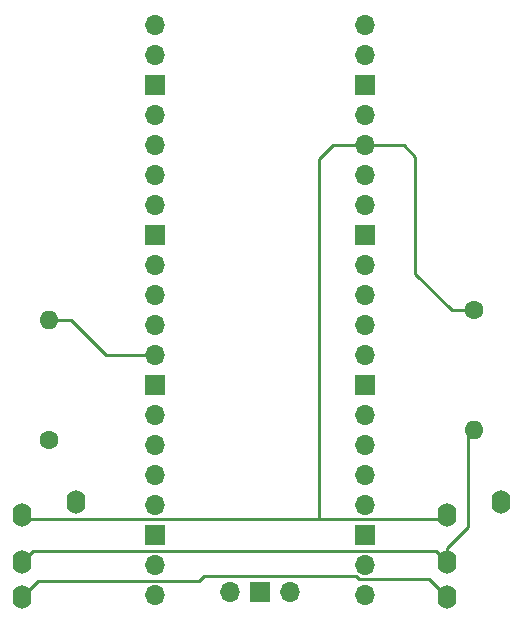
<source format=gbr>
%TF.GenerationSoftware,KiCad,Pcbnew,(6.0.4)*%
%TF.CreationDate,2022-11-15T21:42:47+00:00*%
%TF.ProjectId,pcb_host,7063625f-686f-4737-942e-6b696361645f,rev?*%
%TF.SameCoordinates,Original*%
%TF.FileFunction,Copper,L2,Bot*%
%TF.FilePolarity,Positive*%
%FSLAX46Y46*%
G04 Gerber Fmt 4.6, Leading zero omitted, Abs format (unit mm)*
G04 Created by KiCad (PCBNEW (6.0.4)) date 2022-11-15 21:42:47*
%MOMM*%
%LPD*%
G01*
G04 APERTURE LIST*
%TA.AperFunction,ComponentPad*%
%ADD10O,1.700000X1.700000*%
%TD*%
%TA.AperFunction,ComponentPad*%
%ADD11R,1.700000X1.700000*%
%TD*%
%TA.AperFunction,ComponentPad*%
%ADD12O,1.600000X1.600000*%
%TD*%
%TA.AperFunction,ComponentPad*%
%ADD13C,1.600000*%
%TD*%
%TA.AperFunction,ComponentPad*%
%ADD14O,1.000000X1.400000*%
%TD*%
%TA.AperFunction,ComponentPad*%
%ADD15O,1.600000X2.000000*%
%TD*%
%TA.AperFunction,Conductor*%
%ADD16C,0.250000*%
%TD*%
G04 APERTURE END LIST*
D10*
%TO.P,U1,43,SWDIO*%
%TO.N,unconnected-(U1-Pad43)*%
X108375000Y-122885000D03*
D11*
%TO.P,U1,42,GND*%
%TO.N,unconnected-(U1-Pad42)*%
X105835000Y-122885000D03*
D10*
%TO.P,U1,41,SWCLK*%
%TO.N,unconnected-(U1-Pad41)*%
X103295000Y-122885000D03*
%TO.P,U1,40,VBUS*%
%TO.N,unconnected-(U1-Pad40)*%
X114725000Y-74855000D03*
%TO.P,U1,39,VSYS*%
%TO.N,unconnected-(U1-Pad39)*%
X114725000Y-77395000D03*
D11*
%TO.P,U1,38,GND*%
%TO.N,unconnected-(U1-Pad38)*%
X114725000Y-79935000D03*
D10*
%TO.P,U1,37,3V3_EN*%
%TO.N,unconnected-(U1-Pad37)*%
X114725000Y-82475000D03*
%TO.P,U1,36,3V3*%
%TO.N,Net-(J2-PadT)*%
X114725000Y-85015000D03*
%TO.P,U1,35,ADC_VREF*%
%TO.N,unconnected-(U1-Pad35)*%
X114725000Y-87555000D03*
%TO.P,U1,34,GPIO28_ADC2*%
%TO.N,unconnected-(U1-Pad34)*%
X114725000Y-90095000D03*
D11*
%TO.P,U1,33,AGND*%
%TO.N,unconnected-(U1-Pad33)*%
X114725000Y-92635000D03*
D10*
%TO.P,U1,32,GPIO27_ADC1*%
%TO.N,unconnected-(U1-Pad32)*%
X114725000Y-95175000D03*
%TO.P,U1,31,GPIO26_ADC0*%
%TO.N,unconnected-(U1-Pad31)*%
X114725000Y-97715000D03*
%TO.P,U1,30,RUN*%
%TO.N,unconnected-(U1-Pad30)*%
X114725000Y-100255000D03*
%TO.P,U1,29,GPIO22*%
%TO.N,unconnected-(U1-Pad29)*%
X114725000Y-102795000D03*
D11*
%TO.P,U1,28,GND*%
%TO.N,unconnected-(U1-Pad28)*%
X114725000Y-105335000D03*
D10*
%TO.P,U1,27,GPIO21*%
%TO.N,unconnected-(U1-Pad27)*%
X114725000Y-107875000D03*
%TO.P,U1,26,GPIO20*%
%TO.N,unconnected-(U1-Pad26)*%
X114725000Y-110415000D03*
%TO.P,U1,25,GPIO19*%
%TO.N,unconnected-(U1-Pad25)*%
X114725000Y-112955000D03*
%TO.P,U1,24,GPIO18*%
%TO.N,unconnected-(U1-Pad24)*%
X114725000Y-115495000D03*
D11*
%TO.P,U1,23,GND*%
%TO.N,Net-(J2-PadS)*%
X114725000Y-118035000D03*
D10*
%TO.P,U1,22,GPIO17*%
%TO.N,unconnected-(U1-Pad22)*%
X114725000Y-120575000D03*
%TO.P,U1,21,GPIO16*%
%TO.N,unconnected-(U1-Pad21)*%
X114725000Y-123115000D03*
%TO.P,U1,20,GPIO15*%
%TO.N,unconnected-(U1-Pad20)*%
X96945000Y-123115000D03*
%TO.P,U1,19,GPIO14*%
%TO.N,unconnected-(U1-Pad19)*%
X96945000Y-120575000D03*
D11*
%TO.P,U1,18,GND*%
%TO.N,Net-(U1-Pad18)*%
X96945000Y-118035000D03*
D10*
%TO.P,U1,17,GPIO13*%
%TO.N,unconnected-(U1-Pad17)*%
X96945000Y-115495000D03*
%TO.P,U1,16,GPIO12*%
%TO.N,unconnected-(U1-Pad16)*%
X96945000Y-112955000D03*
%TO.P,U1,15,GPIO11*%
%TO.N,unconnected-(U1-Pad15)*%
X96945000Y-110415000D03*
%TO.P,U1,14,GPIO10*%
%TO.N,unconnected-(U1-Pad14)*%
X96945000Y-107875000D03*
D11*
%TO.P,U1,13,GND*%
%TO.N,unconnected-(U1-Pad13)*%
X96945000Y-105335000D03*
D10*
%TO.P,U1,12,GPIO9*%
%TO.N,SCL*%
X96945000Y-102795000D03*
%TO.P,U1,11,GPIO8*%
%TO.N,SDA*%
X96945000Y-100255000D03*
%TO.P,U1,10,GPIO7*%
%TO.N,unconnected-(U1-Pad10)*%
X96945000Y-97715000D03*
%TO.P,U1,9,GPIO6*%
%TO.N,unconnected-(U1-Pad9)*%
X96945000Y-95175000D03*
D11*
%TO.P,U1,8,GND*%
%TO.N,unconnected-(U1-Pad8)*%
X96945000Y-92635000D03*
D10*
%TO.P,U1,7,GPIO5*%
%TO.N,unconnected-(U1-Pad7)*%
X96945000Y-90095000D03*
%TO.P,U1,6,GPIO4*%
%TO.N,unconnected-(U1-Pad6)*%
X96945000Y-87555000D03*
%TO.P,U1,5,GPIO3*%
%TO.N,unconnected-(U1-Pad5)*%
X96945000Y-85015000D03*
%TO.P,U1,4,GPIO2*%
%TO.N,unconnected-(U1-Pad4)*%
X96945000Y-82475000D03*
D11*
%TO.P,U1,3,GND*%
%TO.N,unconnected-(U1-Pad3)*%
X96945000Y-79935000D03*
D10*
%TO.P,U1,2,GPIO1*%
%TO.N,unconnected-(U1-Pad2)*%
X96945000Y-77395000D03*
%TO.P,U1,1,GPIO0*%
%TO.N,unconnected-(U1-Pad1)*%
X96945000Y-74855000D03*
%TD*%
D12*
%TO.P,R2,2*%
%TO.N,SDA*%
X124000000Y-109160000D03*
D13*
%TO.P,R2,1*%
%TO.N,Net-(J2-PadT)*%
X124000000Y-99000000D03*
%TD*%
D12*
%TO.P,R1,2*%
%TO.N,SCL*%
X88000000Y-99840000D03*
D13*
%TO.P,R1,1*%
%TO.N,Net-(J2-PadT)*%
X88000000Y-110000000D03*
%TD*%
D14*
%TO.P,J2,R1*%
%TO.N,SDA*%
X121700000Y-120300000D03*
D15*
X121700000Y-120300000D03*
%TO.P,J2,R2*%
%TO.N,SCL*%
X121700000Y-123300000D03*
D14*
X121700000Y-123300000D03*
D15*
%TO.P,J2,S*%
%TO.N,Net-(J2-PadS)*%
X126300000Y-115200000D03*
D14*
X126300000Y-115200000D03*
D15*
%TO.P,J2,T*%
%TO.N,Net-(J2-PadT)*%
X121700000Y-116300000D03*
D14*
X121700000Y-116300000D03*
%TD*%
%TO.P,J1,R1*%
%TO.N,SDA*%
X85700000Y-120300000D03*
D15*
X85700000Y-120300000D03*
%TO.P,J1,R2*%
%TO.N,SCL*%
X85700000Y-123300000D03*
D14*
X85700000Y-123300000D03*
D15*
%TO.P,J1,S*%
%TO.N,Net-(U1-Pad18)*%
X90300000Y-115200000D03*
D14*
X90300000Y-115200000D03*
D15*
%TO.P,J1,T*%
%TO.N,Net-(J2-PadT)*%
X85700000Y-116300000D03*
D14*
X85700000Y-116300000D03*
%TD*%
D16*
%TO.N,Net-(J2-PadT)*%
X118015000Y-85015000D02*
X114725000Y-85015000D01*
X119000000Y-86000000D02*
X118015000Y-85015000D01*
X119000000Y-92000000D02*
X119000000Y-86000000D01*
%TO.N,SCL*%
X92795000Y-102795000D02*
X96945000Y-102795000D01*
X89840000Y-99840000D02*
X92795000Y-102795000D01*
X88000000Y-99840000D02*
X89840000Y-99840000D01*
%TO.N,Net-(J2-PadT)*%
X119000000Y-95920000D02*
X119000000Y-92000000D01*
X122080000Y-99000000D02*
X119000000Y-95920000D01*
X124000000Y-99000000D02*
X122080000Y-99000000D01*
%TO.N,SDA*%
X123500000Y-109660000D02*
X124000000Y-109160000D01*
X123500000Y-117304661D02*
X123500000Y-109660000D01*
X121700000Y-119104661D02*
X123500000Y-117304661D01*
X121700000Y-120300000D02*
X121700000Y-119104661D01*
X120800489Y-119400489D02*
X121700000Y-120300000D01*
X86599511Y-119400489D02*
X120800489Y-119400489D01*
X85700000Y-120300000D02*
X86599511Y-119400489D01*
%TO.N,SCL*%
X114238501Y-121749511D02*
X120149511Y-121749511D01*
X113988990Y-121500000D02*
X114238501Y-121749511D01*
X100689479Y-121940489D02*
X101129968Y-121500000D01*
X101129968Y-121500000D02*
X113988990Y-121500000D01*
X120149511Y-121749511D02*
X121700000Y-123300000D01*
X85700000Y-123300000D02*
X87059511Y-121940489D01*
X87059511Y-121940489D02*
X100689479Y-121940489D01*
%TO.N,Net-(J2-PadT)*%
X121330489Y-116669511D02*
X121700000Y-116300000D01*
X110830489Y-116669511D02*
X121330489Y-116669511D01*
X86069511Y-116669511D02*
X110830489Y-116669511D01*
X85700000Y-116300000D02*
X86069511Y-116669511D01*
X110830489Y-86169511D02*
X110830489Y-116669511D01*
X112000000Y-85000000D02*
X110830489Y-86169511D01*
X114710000Y-85000000D02*
X112000000Y-85000000D01*
X114725000Y-85015000D02*
X114710000Y-85000000D01*
%TD*%
M02*

</source>
